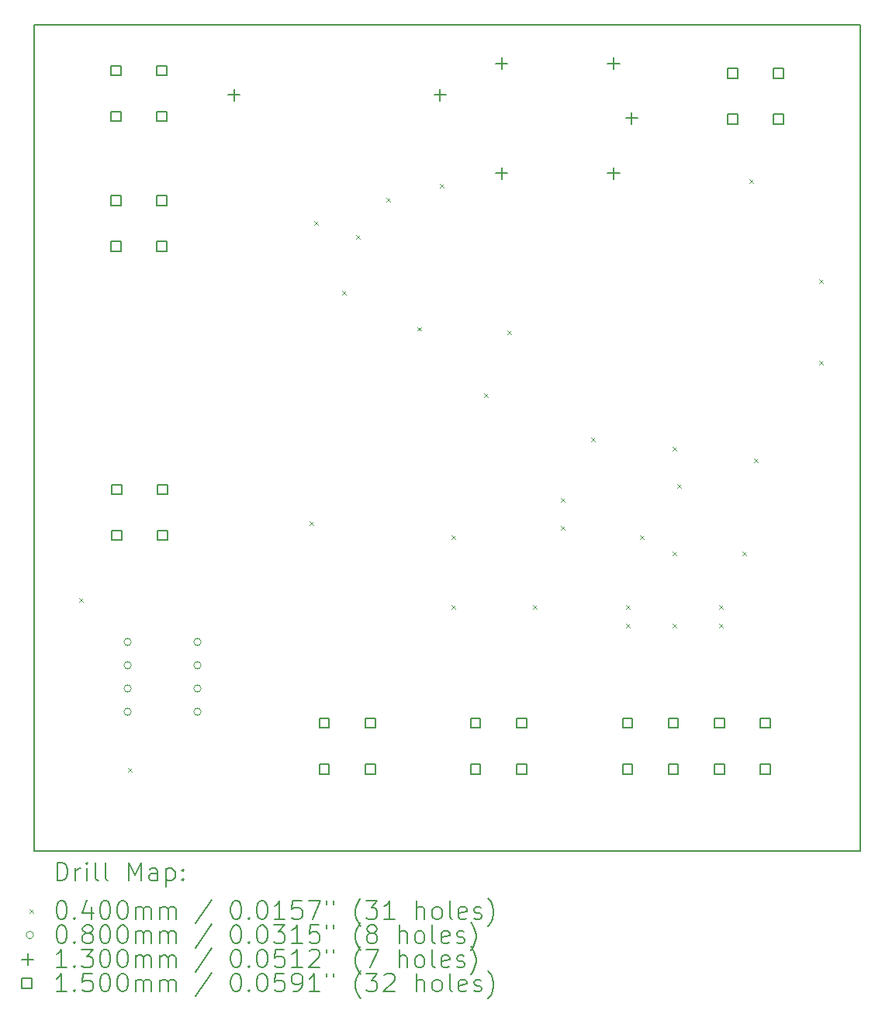
<source format=gbr>
%FSLAX45Y45*%
G04 Gerber Fmt 4.5, Leading zero omitted, Abs format (unit mm)*
G04 Created by KiCad (PCBNEW (6.0.4)) date 2022-07-09 00:09:10*
%MOMM*%
%LPD*%
G01*
G04 APERTURE LIST*
%TA.AperFunction,Profile*%
%ADD10C,0.200000*%
%TD*%
%ADD11C,0.200000*%
%ADD12C,0.040000*%
%ADD13C,0.080000*%
%ADD14C,0.130000*%
%ADD15C,0.150000*%
G04 APERTURE END LIST*
D10*
X1816100Y-10350500D02*
X10833100Y-10350500D01*
X10833100Y-10350500D02*
X10833100Y-1333500D01*
X10833100Y-1333500D02*
X1816100Y-1333500D01*
X1816100Y-1333500D02*
X1816100Y-10350500D01*
D11*
D12*
X2304100Y-7587300D02*
X2344100Y-7627300D01*
X2344100Y-7587300D02*
X2304100Y-7627300D01*
X2837500Y-9441500D02*
X2877500Y-9481500D01*
X2877500Y-9441500D02*
X2837500Y-9481500D01*
X4818700Y-6749100D02*
X4858700Y-6789100D01*
X4858700Y-6749100D02*
X4818700Y-6789100D01*
X4869500Y-3472500D02*
X4909500Y-3512500D01*
X4909500Y-3472500D02*
X4869500Y-3512500D01*
X5174300Y-4234500D02*
X5214300Y-4274500D01*
X5214300Y-4234500D02*
X5174300Y-4274500D01*
X5326700Y-3624900D02*
X5366700Y-3664900D01*
X5366700Y-3624900D02*
X5326700Y-3664900D01*
X5656900Y-3218500D02*
X5696900Y-3258500D01*
X5696900Y-3218500D02*
X5656900Y-3258500D01*
X5998253Y-4629747D02*
X6038253Y-4669747D01*
X6038253Y-4629747D02*
X5998253Y-4669747D01*
X6241100Y-3066100D02*
X6281100Y-3106100D01*
X6281100Y-3066100D02*
X6241100Y-3106100D01*
X6368100Y-6901500D02*
X6408100Y-6941500D01*
X6408100Y-6901500D02*
X6368100Y-6941500D01*
X6368100Y-7663500D02*
X6408100Y-7703500D01*
X6408100Y-7663500D02*
X6368100Y-7703500D01*
X6722153Y-5353647D02*
X6762153Y-5393647D01*
X6762153Y-5353647D02*
X6722153Y-5393647D01*
X6977700Y-4666300D02*
X7017700Y-4706300D01*
X7017700Y-4666300D02*
X6977700Y-4706300D01*
X7257100Y-7663500D02*
X7297100Y-7703500D01*
X7297100Y-7663500D02*
X7257100Y-7703500D01*
X7561900Y-6495100D02*
X7601900Y-6535100D01*
X7601900Y-6495100D02*
X7561900Y-6535100D01*
X7561900Y-6799900D02*
X7601900Y-6839900D01*
X7601900Y-6799900D02*
X7561900Y-6839900D01*
X7892100Y-5834700D02*
X7932100Y-5874700D01*
X7932100Y-5834700D02*
X7892100Y-5874700D01*
X8273100Y-7663500D02*
X8313100Y-7703500D01*
X8313100Y-7663500D02*
X8273100Y-7703500D01*
X8273100Y-7866700D02*
X8313100Y-7906700D01*
X8313100Y-7866700D02*
X8273100Y-7906700D01*
X8425500Y-6901500D02*
X8465500Y-6941500D01*
X8465500Y-6901500D02*
X8425500Y-6941500D01*
X8781100Y-5936300D02*
X8821100Y-5976300D01*
X8821100Y-5936300D02*
X8781100Y-5976300D01*
X8781100Y-7079300D02*
X8821100Y-7119300D01*
X8821100Y-7079300D02*
X8781100Y-7119300D01*
X8781100Y-7866700D02*
X8821100Y-7906700D01*
X8821100Y-7866700D02*
X8781100Y-7906700D01*
X8831900Y-6342700D02*
X8871900Y-6382700D01*
X8871900Y-6342700D02*
X8831900Y-6382700D01*
X9289100Y-7663500D02*
X9329100Y-7703500D01*
X9329100Y-7663500D02*
X9289100Y-7703500D01*
X9289100Y-7866700D02*
X9329100Y-7906700D01*
X9329100Y-7866700D02*
X9289100Y-7906700D01*
X9543100Y-7079300D02*
X9583100Y-7119300D01*
X9583100Y-7079300D02*
X9543100Y-7119300D01*
X9619300Y-3015300D02*
X9659300Y-3055300D01*
X9659300Y-3015300D02*
X9619300Y-3055300D01*
X9670100Y-6063300D02*
X9710100Y-6103300D01*
X9710100Y-6063300D02*
X9670100Y-6103300D01*
X10381300Y-4107500D02*
X10421300Y-4147500D01*
X10421300Y-4107500D02*
X10381300Y-4147500D01*
X10381300Y-4996500D02*
X10421300Y-5036500D01*
X10421300Y-4996500D02*
X10381300Y-5036500D01*
D13*
X2873100Y-8065500D02*
G75*
G03*
X2873100Y-8065500I-40000J0D01*
G01*
X2873100Y-8319500D02*
G75*
G03*
X2873100Y-8319500I-40000J0D01*
G01*
X2873100Y-8573500D02*
G75*
G03*
X2873100Y-8573500I-40000J0D01*
G01*
X2873100Y-8827500D02*
G75*
G03*
X2873100Y-8827500I-40000J0D01*
G01*
X3635100Y-8065500D02*
G75*
G03*
X3635100Y-8065500I-40000J0D01*
G01*
X3635100Y-8319500D02*
G75*
G03*
X3635100Y-8319500I-40000J0D01*
G01*
X3635100Y-8573500D02*
G75*
G03*
X3635100Y-8573500I-40000J0D01*
G01*
X3635100Y-8827500D02*
G75*
G03*
X3635100Y-8827500I-40000J0D01*
G01*
D14*
X3993100Y-2030500D02*
X3993100Y-2160500D01*
X3928100Y-2095500D02*
X4058100Y-2095500D01*
X6243100Y-2030500D02*
X6243100Y-2160500D01*
X6178100Y-2095500D02*
X6308100Y-2095500D01*
X6916100Y-1684500D02*
X6916100Y-1814500D01*
X6851100Y-1749500D02*
X6981100Y-1749500D01*
X6916100Y-2884500D02*
X6916100Y-3014500D01*
X6851100Y-2949500D02*
X6981100Y-2949500D01*
X8136100Y-1684500D02*
X8136100Y-1814500D01*
X8071100Y-1749500D02*
X8201100Y-1749500D01*
X8136100Y-2884500D02*
X8136100Y-3014500D01*
X8071100Y-2949500D02*
X8201100Y-2949500D01*
X8336100Y-2284500D02*
X8336100Y-2414500D01*
X8271100Y-2349500D02*
X8401100Y-2349500D01*
D15*
X2758134Y-1884283D02*
X2758134Y-1778216D01*
X2652067Y-1778216D01*
X2652067Y-1884283D01*
X2758134Y-1884283D01*
X2758134Y-2384284D02*
X2758134Y-2278217D01*
X2652067Y-2278217D01*
X2652067Y-2384284D01*
X2758134Y-2384284D01*
X2758134Y-3299533D02*
X2758134Y-3193466D01*
X2652067Y-3193466D01*
X2652067Y-3299533D01*
X2758134Y-3299533D01*
X2758134Y-3799533D02*
X2758134Y-3693466D01*
X2652067Y-3693466D01*
X2652067Y-3799533D01*
X2758134Y-3799533D01*
X2767384Y-6456283D02*
X2767384Y-6350216D01*
X2661317Y-6350216D01*
X2661317Y-6456283D01*
X2767384Y-6456283D01*
X2767384Y-6956283D02*
X2767384Y-6850216D01*
X2661317Y-6850216D01*
X2661317Y-6956283D01*
X2767384Y-6956283D01*
X3258133Y-1884283D02*
X3258133Y-1778216D01*
X3152066Y-1778216D01*
X3152066Y-1884283D01*
X3258133Y-1884283D01*
X3258133Y-2384284D02*
X3258133Y-2278217D01*
X3152066Y-2278217D01*
X3152066Y-2384284D01*
X3258133Y-2384284D01*
X3258133Y-3299533D02*
X3258133Y-3193466D01*
X3152066Y-3193466D01*
X3152066Y-3299533D01*
X3258133Y-3299533D01*
X3258133Y-3799533D02*
X3258133Y-3693466D01*
X3152066Y-3693466D01*
X3152066Y-3799533D01*
X3258133Y-3799533D01*
X3267383Y-6456283D02*
X3267383Y-6350216D01*
X3161316Y-6350216D01*
X3161316Y-6456283D01*
X3267383Y-6456283D01*
X3267383Y-6956283D02*
X3267383Y-6850216D01*
X3161316Y-6850216D01*
X3161316Y-6956283D01*
X3267383Y-6956283D01*
X5033884Y-9005284D02*
X5033884Y-8899217D01*
X4927817Y-8899217D01*
X4927817Y-9005284D01*
X5033884Y-9005284D01*
X5033884Y-9505284D02*
X5033884Y-9399217D01*
X4927817Y-9399217D01*
X4927817Y-9505284D01*
X5033884Y-9505284D01*
X5533884Y-9005284D02*
X5533884Y-8899217D01*
X5427817Y-8899217D01*
X5427817Y-9005284D01*
X5533884Y-9005284D01*
X5533884Y-9505284D02*
X5533884Y-9399217D01*
X5427817Y-9399217D01*
X5427817Y-9505284D01*
X5533884Y-9505284D01*
X6684883Y-9005284D02*
X6684883Y-8899217D01*
X6578816Y-8899217D01*
X6578816Y-9005284D01*
X6684883Y-9005284D01*
X6684883Y-9505284D02*
X6684883Y-9399217D01*
X6578816Y-9399217D01*
X6578816Y-9505284D01*
X6684883Y-9505284D01*
X7184883Y-9005284D02*
X7184883Y-8899217D01*
X7078816Y-8899217D01*
X7078816Y-9005284D01*
X7184883Y-9005284D01*
X7184883Y-9505284D02*
X7184883Y-9399217D01*
X7078816Y-9399217D01*
X7078816Y-9505284D01*
X7184883Y-9505284D01*
X8343883Y-9005284D02*
X8343883Y-8899217D01*
X8237816Y-8899217D01*
X8237816Y-9005284D01*
X8343883Y-9005284D01*
X8343883Y-9505284D02*
X8343883Y-9399217D01*
X8237816Y-9399217D01*
X8237816Y-9505284D01*
X8343883Y-9505284D01*
X8843884Y-9005284D02*
X8843884Y-8899217D01*
X8737817Y-8899217D01*
X8737817Y-9005284D01*
X8843884Y-9005284D01*
X8843884Y-9505284D02*
X8843884Y-9399217D01*
X8737817Y-9399217D01*
X8737817Y-9505284D01*
X8843884Y-9505284D01*
X9343884Y-9005284D02*
X9343884Y-8899217D01*
X9237817Y-8899217D01*
X9237817Y-9005284D01*
X9343884Y-9005284D01*
X9343884Y-9505284D02*
X9343884Y-9399217D01*
X9237817Y-9399217D01*
X9237817Y-9505284D01*
X9343884Y-9505284D01*
X9487884Y-1912783D02*
X9487884Y-1806716D01*
X9381817Y-1806716D01*
X9381817Y-1912783D01*
X9487884Y-1912783D01*
X9487884Y-2412784D02*
X9487884Y-2306717D01*
X9381817Y-2306717D01*
X9381817Y-2412784D01*
X9487884Y-2412784D01*
X9843884Y-9005284D02*
X9843884Y-8899217D01*
X9737817Y-8899217D01*
X9737817Y-9005284D01*
X9843884Y-9005284D01*
X9843884Y-9505284D02*
X9843884Y-9399217D01*
X9737817Y-9399217D01*
X9737817Y-9505284D01*
X9843884Y-9505284D01*
X9987884Y-1912783D02*
X9987884Y-1806716D01*
X9881817Y-1806716D01*
X9881817Y-1912783D01*
X9987884Y-1912783D01*
X9987884Y-2412784D02*
X9987884Y-2306717D01*
X9881817Y-2306717D01*
X9881817Y-2412784D01*
X9987884Y-2412784D01*
D11*
X2063719Y-10670976D02*
X2063719Y-10470976D01*
X2111338Y-10470976D01*
X2139910Y-10480500D01*
X2158957Y-10499548D01*
X2168481Y-10518595D01*
X2178005Y-10556690D01*
X2178005Y-10585262D01*
X2168481Y-10623357D01*
X2158957Y-10642405D01*
X2139910Y-10661452D01*
X2111338Y-10670976D01*
X2063719Y-10670976D01*
X2263719Y-10670976D02*
X2263719Y-10537643D01*
X2263719Y-10575738D02*
X2273243Y-10556690D01*
X2282767Y-10547167D01*
X2301814Y-10537643D01*
X2320862Y-10537643D01*
X2387529Y-10670976D02*
X2387529Y-10537643D01*
X2387529Y-10470976D02*
X2378005Y-10480500D01*
X2387529Y-10490024D01*
X2397052Y-10480500D01*
X2387529Y-10470976D01*
X2387529Y-10490024D01*
X2511338Y-10670976D02*
X2492290Y-10661452D01*
X2482767Y-10642405D01*
X2482767Y-10470976D01*
X2616100Y-10670976D02*
X2597052Y-10661452D01*
X2587529Y-10642405D01*
X2587529Y-10470976D01*
X2844671Y-10670976D02*
X2844671Y-10470976D01*
X2911338Y-10613833D01*
X2978005Y-10470976D01*
X2978005Y-10670976D01*
X3158957Y-10670976D02*
X3158957Y-10566214D01*
X3149433Y-10547167D01*
X3130386Y-10537643D01*
X3092290Y-10537643D01*
X3073243Y-10547167D01*
X3158957Y-10661452D02*
X3139909Y-10670976D01*
X3092290Y-10670976D01*
X3073243Y-10661452D01*
X3063719Y-10642405D01*
X3063719Y-10623357D01*
X3073243Y-10604310D01*
X3092290Y-10594786D01*
X3139909Y-10594786D01*
X3158957Y-10585262D01*
X3254195Y-10537643D02*
X3254195Y-10737643D01*
X3254195Y-10547167D02*
X3273243Y-10537643D01*
X3311338Y-10537643D01*
X3330386Y-10547167D01*
X3339909Y-10556690D01*
X3349433Y-10575738D01*
X3349433Y-10632881D01*
X3339909Y-10651929D01*
X3330386Y-10661452D01*
X3311338Y-10670976D01*
X3273243Y-10670976D01*
X3254195Y-10661452D01*
X3435148Y-10651929D02*
X3444671Y-10661452D01*
X3435148Y-10670976D01*
X3425624Y-10661452D01*
X3435148Y-10651929D01*
X3435148Y-10670976D01*
X3435148Y-10547167D02*
X3444671Y-10556690D01*
X3435148Y-10566214D01*
X3425624Y-10556690D01*
X3435148Y-10547167D01*
X3435148Y-10566214D01*
D12*
X1766100Y-10980500D02*
X1806100Y-11020500D01*
X1806100Y-10980500D02*
X1766100Y-11020500D01*
D11*
X2101814Y-10890976D02*
X2120862Y-10890976D01*
X2139910Y-10900500D01*
X2149433Y-10910024D01*
X2158957Y-10929071D01*
X2168481Y-10967167D01*
X2168481Y-11014786D01*
X2158957Y-11052881D01*
X2149433Y-11071929D01*
X2139910Y-11081452D01*
X2120862Y-11090976D01*
X2101814Y-11090976D01*
X2082767Y-11081452D01*
X2073243Y-11071929D01*
X2063719Y-11052881D01*
X2054195Y-11014786D01*
X2054195Y-10967167D01*
X2063719Y-10929071D01*
X2073243Y-10910024D01*
X2082767Y-10900500D01*
X2101814Y-10890976D01*
X2254195Y-11071929D02*
X2263719Y-11081452D01*
X2254195Y-11090976D01*
X2244671Y-11081452D01*
X2254195Y-11071929D01*
X2254195Y-11090976D01*
X2435148Y-10957643D02*
X2435148Y-11090976D01*
X2387529Y-10881452D02*
X2339910Y-11024310D01*
X2463719Y-11024310D01*
X2578005Y-10890976D02*
X2597052Y-10890976D01*
X2616100Y-10900500D01*
X2625624Y-10910024D01*
X2635148Y-10929071D01*
X2644671Y-10967167D01*
X2644671Y-11014786D01*
X2635148Y-11052881D01*
X2625624Y-11071929D01*
X2616100Y-11081452D01*
X2597052Y-11090976D01*
X2578005Y-11090976D01*
X2558957Y-11081452D01*
X2549433Y-11071929D01*
X2539910Y-11052881D01*
X2530386Y-11014786D01*
X2530386Y-10967167D01*
X2539910Y-10929071D01*
X2549433Y-10910024D01*
X2558957Y-10900500D01*
X2578005Y-10890976D01*
X2768481Y-10890976D02*
X2787529Y-10890976D01*
X2806576Y-10900500D01*
X2816100Y-10910024D01*
X2825624Y-10929071D01*
X2835148Y-10967167D01*
X2835148Y-11014786D01*
X2825624Y-11052881D01*
X2816100Y-11071929D01*
X2806576Y-11081452D01*
X2787529Y-11090976D01*
X2768481Y-11090976D01*
X2749433Y-11081452D01*
X2739910Y-11071929D01*
X2730386Y-11052881D01*
X2720862Y-11014786D01*
X2720862Y-10967167D01*
X2730386Y-10929071D01*
X2739910Y-10910024D01*
X2749433Y-10900500D01*
X2768481Y-10890976D01*
X2920862Y-11090976D02*
X2920862Y-10957643D01*
X2920862Y-10976690D02*
X2930386Y-10967167D01*
X2949433Y-10957643D01*
X2978005Y-10957643D01*
X2997052Y-10967167D01*
X3006576Y-10986214D01*
X3006576Y-11090976D01*
X3006576Y-10986214D02*
X3016100Y-10967167D01*
X3035148Y-10957643D01*
X3063719Y-10957643D01*
X3082767Y-10967167D01*
X3092290Y-10986214D01*
X3092290Y-11090976D01*
X3187528Y-11090976D02*
X3187528Y-10957643D01*
X3187528Y-10976690D02*
X3197052Y-10967167D01*
X3216100Y-10957643D01*
X3244671Y-10957643D01*
X3263719Y-10967167D01*
X3273243Y-10986214D01*
X3273243Y-11090976D01*
X3273243Y-10986214D02*
X3282767Y-10967167D01*
X3301814Y-10957643D01*
X3330386Y-10957643D01*
X3349433Y-10967167D01*
X3358957Y-10986214D01*
X3358957Y-11090976D01*
X3749433Y-10881452D02*
X3578005Y-11138595D01*
X4006576Y-10890976D02*
X4025624Y-10890976D01*
X4044671Y-10900500D01*
X4054195Y-10910024D01*
X4063719Y-10929071D01*
X4073243Y-10967167D01*
X4073243Y-11014786D01*
X4063719Y-11052881D01*
X4054195Y-11071929D01*
X4044671Y-11081452D01*
X4025624Y-11090976D01*
X4006576Y-11090976D01*
X3987528Y-11081452D01*
X3978005Y-11071929D01*
X3968481Y-11052881D01*
X3958957Y-11014786D01*
X3958957Y-10967167D01*
X3968481Y-10929071D01*
X3978005Y-10910024D01*
X3987528Y-10900500D01*
X4006576Y-10890976D01*
X4158957Y-11071929D02*
X4168481Y-11081452D01*
X4158957Y-11090976D01*
X4149433Y-11081452D01*
X4158957Y-11071929D01*
X4158957Y-11090976D01*
X4292290Y-10890976D02*
X4311338Y-10890976D01*
X4330386Y-10900500D01*
X4339910Y-10910024D01*
X4349433Y-10929071D01*
X4358957Y-10967167D01*
X4358957Y-11014786D01*
X4349433Y-11052881D01*
X4339910Y-11071929D01*
X4330386Y-11081452D01*
X4311338Y-11090976D01*
X4292290Y-11090976D01*
X4273243Y-11081452D01*
X4263719Y-11071929D01*
X4254195Y-11052881D01*
X4244671Y-11014786D01*
X4244671Y-10967167D01*
X4254195Y-10929071D01*
X4263719Y-10910024D01*
X4273243Y-10900500D01*
X4292290Y-10890976D01*
X4549433Y-11090976D02*
X4435148Y-11090976D01*
X4492290Y-11090976D02*
X4492290Y-10890976D01*
X4473243Y-10919548D01*
X4454195Y-10938595D01*
X4435148Y-10948119D01*
X4730386Y-10890976D02*
X4635148Y-10890976D01*
X4625624Y-10986214D01*
X4635148Y-10976690D01*
X4654195Y-10967167D01*
X4701814Y-10967167D01*
X4720862Y-10976690D01*
X4730386Y-10986214D01*
X4739910Y-11005262D01*
X4739910Y-11052881D01*
X4730386Y-11071929D01*
X4720862Y-11081452D01*
X4701814Y-11090976D01*
X4654195Y-11090976D01*
X4635148Y-11081452D01*
X4625624Y-11071929D01*
X4806576Y-10890976D02*
X4939910Y-10890976D01*
X4854195Y-11090976D01*
X5006576Y-10890976D02*
X5006576Y-10929071D01*
X5082767Y-10890976D02*
X5082767Y-10929071D01*
X5378005Y-11167167D02*
X5368481Y-11157643D01*
X5349433Y-11129071D01*
X5339910Y-11110024D01*
X5330386Y-11081452D01*
X5320862Y-11033833D01*
X5320862Y-10995738D01*
X5330386Y-10948119D01*
X5339910Y-10919548D01*
X5349433Y-10900500D01*
X5368481Y-10871929D01*
X5378005Y-10862405D01*
X5435148Y-10890976D02*
X5558957Y-10890976D01*
X5492290Y-10967167D01*
X5520862Y-10967167D01*
X5539910Y-10976690D01*
X5549433Y-10986214D01*
X5558957Y-11005262D01*
X5558957Y-11052881D01*
X5549433Y-11071929D01*
X5539910Y-11081452D01*
X5520862Y-11090976D01*
X5463719Y-11090976D01*
X5444671Y-11081452D01*
X5435148Y-11071929D01*
X5749433Y-11090976D02*
X5635148Y-11090976D01*
X5692290Y-11090976D02*
X5692290Y-10890976D01*
X5673243Y-10919548D01*
X5654195Y-10938595D01*
X5635148Y-10948119D01*
X5987528Y-11090976D02*
X5987528Y-10890976D01*
X6073243Y-11090976D02*
X6073243Y-10986214D01*
X6063719Y-10967167D01*
X6044671Y-10957643D01*
X6016100Y-10957643D01*
X5997052Y-10967167D01*
X5987528Y-10976690D01*
X6197052Y-11090976D02*
X6178005Y-11081452D01*
X6168481Y-11071929D01*
X6158957Y-11052881D01*
X6158957Y-10995738D01*
X6168481Y-10976690D01*
X6178005Y-10967167D01*
X6197052Y-10957643D01*
X6225624Y-10957643D01*
X6244671Y-10967167D01*
X6254195Y-10976690D01*
X6263719Y-10995738D01*
X6263719Y-11052881D01*
X6254195Y-11071929D01*
X6244671Y-11081452D01*
X6225624Y-11090976D01*
X6197052Y-11090976D01*
X6378005Y-11090976D02*
X6358957Y-11081452D01*
X6349433Y-11062405D01*
X6349433Y-10890976D01*
X6530386Y-11081452D02*
X6511338Y-11090976D01*
X6473243Y-11090976D01*
X6454195Y-11081452D01*
X6444671Y-11062405D01*
X6444671Y-10986214D01*
X6454195Y-10967167D01*
X6473243Y-10957643D01*
X6511338Y-10957643D01*
X6530386Y-10967167D01*
X6539909Y-10986214D01*
X6539909Y-11005262D01*
X6444671Y-11024310D01*
X6616100Y-11081452D02*
X6635148Y-11090976D01*
X6673243Y-11090976D01*
X6692290Y-11081452D01*
X6701814Y-11062405D01*
X6701814Y-11052881D01*
X6692290Y-11033833D01*
X6673243Y-11024310D01*
X6644671Y-11024310D01*
X6625624Y-11014786D01*
X6616100Y-10995738D01*
X6616100Y-10986214D01*
X6625624Y-10967167D01*
X6644671Y-10957643D01*
X6673243Y-10957643D01*
X6692290Y-10967167D01*
X6768481Y-11167167D02*
X6778005Y-11157643D01*
X6797052Y-11129071D01*
X6806576Y-11110024D01*
X6816100Y-11081452D01*
X6825624Y-11033833D01*
X6825624Y-10995738D01*
X6816100Y-10948119D01*
X6806576Y-10919548D01*
X6797052Y-10900500D01*
X6778005Y-10871929D01*
X6768481Y-10862405D01*
D13*
X1806100Y-11264500D02*
G75*
G03*
X1806100Y-11264500I-40000J0D01*
G01*
D11*
X2101814Y-11154976D02*
X2120862Y-11154976D01*
X2139910Y-11164500D01*
X2149433Y-11174024D01*
X2158957Y-11193071D01*
X2168481Y-11231167D01*
X2168481Y-11278786D01*
X2158957Y-11316881D01*
X2149433Y-11335928D01*
X2139910Y-11345452D01*
X2120862Y-11354976D01*
X2101814Y-11354976D01*
X2082767Y-11345452D01*
X2073243Y-11335928D01*
X2063719Y-11316881D01*
X2054195Y-11278786D01*
X2054195Y-11231167D01*
X2063719Y-11193071D01*
X2073243Y-11174024D01*
X2082767Y-11164500D01*
X2101814Y-11154976D01*
X2254195Y-11335928D02*
X2263719Y-11345452D01*
X2254195Y-11354976D01*
X2244671Y-11345452D01*
X2254195Y-11335928D01*
X2254195Y-11354976D01*
X2378005Y-11240690D02*
X2358957Y-11231167D01*
X2349433Y-11221643D01*
X2339910Y-11202595D01*
X2339910Y-11193071D01*
X2349433Y-11174024D01*
X2358957Y-11164500D01*
X2378005Y-11154976D01*
X2416100Y-11154976D01*
X2435148Y-11164500D01*
X2444671Y-11174024D01*
X2454195Y-11193071D01*
X2454195Y-11202595D01*
X2444671Y-11221643D01*
X2435148Y-11231167D01*
X2416100Y-11240690D01*
X2378005Y-11240690D01*
X2358957Y-11250214D01*
X2349433Y-11259738D01*
X2339910Y-11278786D01*
X2339910Y-11316881D01*
X2349433Y-11335928D01*
X2358957Y-11345452D01*
X2378005Y-11354976D01*
X2416100Y-11354976D01*
X2435148Y-11345452D01*
X2444671Y-11335928D01*
X2454195Y-11316881D01*
X2454195Y-11278786D01*
X2444671Y-11259738D01*
X2435148Y-11250214D01*
X2416100Y-11240690D01*
X2578005Y-11154976D02*
X2597052Y-11154976D01*
X2616100Y-11164500D01*
X2625624Y-11174024D01*
X2635148Y-11193071D01*
X2644671Y-11231167D01*
X2644671Y-11278786D01*
X2635148Y-11316881D01*
X2625624Y-11335928D01*
X2616100Y-11345452D01*
X2597052Y-11354976D01*
X2578005Y-11354976D01*
X2558957Y-11345452D01*
X2549433Y-11335928D01*
X2539910Y-11316881D01*
X2530386Y-11278786D01*
X2530386Y-11231167D01*
X2539910Y-11193071D01*
X2549433Y-11174024D01*
X2558957Y-11164500D01*
X2578005Y-11154976D01*
X2768481Y-11154976D02*
X2787529Y-11154976D01*
X2806576Y-11164500D01*
X2816100Y-11174024D01*
X2825624Y-11193071D01*
X2835148Y-11231167D01*
X2835148Y-11278786D01*
X2825624Y-11316881D01*
X2816100Y-11335928D01*
X2806576Y-11345452D01*
X2787529Y-11354976D01*
X2768481Y-11354976D01*
X2749433Y-11345452D01*
X2739910Y-11335928D01*
X2730386Y-11316881D01*
X2720862Y-11278786D01*
X2720862Y-11231167D01*
X2730386Y-11193071D01*
X2739910Y-11174024D01*
X2749433Y-11164500D01*
X2768481Y-11154976D01*
X2920862Y-11354976D02*
X2920862Y-11221643D01*
X2920862Y-11240690D02*
X2930386Y-11231167D01*
X2949433Y-11221643D01*
X2978005Y-11221643D01*
X2997052Y-11231167D01*
X3006576Y-11250214D01*
X3006576Y-11354976D01*
X3006576Y-11250214D02*
X3016100Y-11231167D01*
X3035148Y-11221643D01*
X3063719Y-11221643D01*
X3082767Y-11231167D01*
X3092290Y-11250214D01*
X3092290Y-11354976D01*
X3187528Y-11354976D02*
X3187528Y-11221643D01*
X3187528Y-11240690D02*
X3197052Y-11231167D01*
X3216100Y-11221643D01*
X3244671Y-11221643D01*
X3263719Y-11231167D01*
X3273243Y-11250214D01*
X3273243Y-11354976D01*
X3273243Y-11250214D02*
X3282767Y-11231167D01*
X3301814Y-11221643D01*
X3330386Y-11221643D01*
X3349433Y-11231167D01*
X3358957Y-11250214D01*
X3358957Y-11354976D01*
X3749433Y-11145452D02*
X3578005Y-11402595D01*
X4006576Y-11154976D02*
X4025624Y-11154976D01*
X4044671Y-11164500D01*
X4054195Y-11174024D01*
X4063719Y-11193071D01*
X4073243Y-11231167D01*
X4073243Y-11278786D01*
X4063719Y-11316881D01*
X4054195Y-11335928D01*
X4044671Y-11345452D01*
X4025624Y-11354976D01*
X4006576Y-11354976D01*
X3987528Y-11345452D01*
X3978005Y-11335928D01*
X3968481Y-11316881D01*
X3958957Y-11278786D01*
X3958957Y-11231167D01*
X3968481Y-11193071D01*
X3978005Y-11174024D01*
X3987528Y-11164500D01*
X4006576Y-11154976D01*
X4158957Y-11335928D02*
X4168481Y-11345452D01*
X4158957Y-11354976D01*
X4149433Y-11345452D01*
X4158957Y-11335928D01*
X4158957Y-11354976D01*
X4292290Y-11154976D02*
X4311338Y-11154976D01*
X4330386Y-11164500D01*
X4339910Y-11174024D01*
X4349433Y-11193071D01*
X4358957Y-11231167D01*
X4358957Y-11278786D01*
X4349433Y-11316881D01*
X4339910Y-11335928D01*
X4330386Y-11345452D01*
X4311338Y-11354976D01*
X4292290Y-11354976D01*
X4273243Y-11345452D01*
X4263719Y-11335928D01*
X4254195Y-11316881D01*
X4244671Y-11278786D01*
X4244671Y-11231167D01*
X4254195Y-11193071D01*
X4263719Y-11174024D01*
X4273243Y-11164500D01*
X4292290Y-11154976D01*
X4425624Y-11154976D02*
X4549433Y-11154976D01*
X4482767Y-11231167D01*
X4511338Y-11231167D01*
X4530386Y-11240690D01*
X4539910Y-11250214D01*
X4549433Y-11269262D01*
X4549433Y-11316881D01*
X4539910Y-11335928D01*
X4530386Y-11345452D01*
X4511338Y-11354976D01*
X4454195Y-11354976D01*
X4435148Y-11345452D01*
X4425624Y-11335928D01*
X4739910Y-11354976D02*
X4625624Y-11354976D01*
X4682767Y-11354976D02*
X4682767Y-11154976D01*
X4663719Y-11183548D01*
X4644671Y-11202595D01*
X4625624Y-11212119D01*
X4920862Y-11154976D02*
X4825624Y-11154976D01*
X4816100Y-11250214D01*
X4825624Y-11240690D01*
X4844671Y-11231167D01*
X4892290Y-11231167D01*
X4911338Y-11240690D01*
X4920862Y-11250214D01*
X4930386Y-11269262D01*
X4930386Y-11316881D01*
X4920862Y-11335928D01*
X4911338Y-11345452D01*
X4892290Y-11354976D01*
X4844671Y-11354976D01*
X4825624Y-11345452D01*
X4816100Y-11335928D01*
X5006576Y-11154976D02*
X5006576Y-11193071D01*
X5082767Y-11154976D02*
X5082767Y-11193071D01*
X5378005Y-11431167D02*
X5368481Y-11421643D01*
X5349433Y-11393071D01*
X5339910Y-11374024D01*
X5330386Y-11345452D01*
X5320862Y-11297833D01*
X5320862Y-11259738D01*
X5330386Y-11212119D01*
X5339910Y-11183548D01*
X5349433Y-11164500D01*
X5368481Y-11135929D01*
X5378005Y-11126405D01*
X5482767Y-11240690D02*
X5463719Y-11231167D01*
X5454195Y-11221643D01*
X5444671Y-11202595D01*
X5444671Y-11193071D01*
X5454195Y-11174024D01*
X5463719Y-11164500D01*
X5482767Y-11154976D01*
X5520862Y-11154976D01*
X5539910Y-11164500D01*
X5549433Y-11174024D01*
X5558957Y-11193071D01*
X5558957Y-11202595D01*
X5549433Y-11221643D01*
X5539910Y-11231167D01*
X5520862Y-11240690D01*
X5482767Y-11240690D01*
X5463719Y-11250214D01*
X5454195Y-11259738D01*
X5444671Y-11278786D01*
X5444671Y-11316881D01*
X5454195Y-11335928D01*
X5463719Y-11345452D01*
X5482767Y-11354976D01*
X5520862Y-11354976D01*
X5539910Y-11345452D01*
X5549433Y-11335928D01*
X5558957Y-11316881D01*
X5558957Y-11278786D01*
X5549433Y-11259738D01*
X5539910Y-11250214D01*
X5520862Y-11240690D01*
X5797052Y-11354976D02*
X5797052Y-11154976D01*
X5882767Y-11354976D02*
X5882767Y-11250214D01*
X5873243Y-11231167D01*
X5854195Y-11221643D01*
X5825624Y-11221643D01*
X5806576Y-11231167D01*
X5797052Y-11240690D01*
X6006576Y-11354976D02*
X5987528Y-11345452D01*
X5978005Y-11335928D01*
X5968481Y-11316881D01*
X5968481Y-11259738D01*
X5978005Y-11240690D01*
X5987528Y-11231167D01*
X6006576Y-11221643D01*
X6035148Y-11221643D01*
X6054195Y-11231167D01*
X6063719Y-11240690D01*
X6073243Y-11259738D01*
X6073243Y-11316881D01*
X6063719Y-11335928D01*
X6054195Y-11345452D01*
X6035148Y-11354976D01*
X6006576Y-11354976D01*
X6187528Y-11354976D02*
X6168481Y-11345452D01*
X6158957Y-11326405D01*
X6158957Y-11154976D01*
X6339909Y-11345452D02*
X6320862Y-11354976D01*
X6282767Y-11354976D01*
X6263719Y-11345452D01*
X6254195Y-11326405D01*
X6254195Y-11250214D01*
X6263719Y-11231167D01*
X6282767Y-11221643D01*
X6320862Y-11221643D01*
X6339909Y-11231167D01*
X6349433Y-11250214D01*
X6349433Y-11269262D01*
X6254195Y-11288309D01*
X6425624Y-11345452D02*
X6444671Y-11354976D01*
X6482767Y-11354976D01*
X6501814Y-11345452D01*
X6511338Y-11326405D01*
X6511338Y-11316881D01*
X6501814Y-11297833D01*
X6482767Y-11288309D01*
X6454195Y-11288309D01*
X6435148Y-11278786D01*
X6425624Y-11259738D01*
X6425624Y-11250214D01*
X6435148Y-11231167D01*
X6454195Y-11221643D01*
X6482767Y-11221643D01*
X6501814Y-11231167D01*
X6578005Y-11431167D02*
X6587528Y-11421643D01*
X6606576Y-11393071D01*
X6616100Y-11374024D01*
X6625624Y-11345452D01*
X6635148Y-11297833D01*
X6635148Y-11259738D01*
X6625624Y-11212119D01*
X6616100Y-11183548D01*
X6606576Y-11164500D01*
X6587528Y-11135929D01*
X6578005Y-11126405D01*
D14*
X1741100Y-11463500D02*
X1741100Y-11593500D01*
X1676100Y-11528500D02*
X1806100Y-11528500D01*
D11*
X2168481Y-11618976D02*
X2054195Y-11618976D01*
X2111338Y-11618976D02*
X2111338Y-11418976D01*
X2092290Y-11447548D01*
X2073243Y-11466595D01*
X2054195Y-11476119D01*
X2254195Y-11599928D02*
X2263719Y-11609452D01*
X2254195Y-11618976D01*
X2244671Y-11609452D01*
X2254195Y-11599928D01*
X2254195Y-11618976D01*
X2330386Y-11418976D02*
X2454195Y-11418976D01*
X2387529Y-11495167D01*
X2416100Y-11495167D01*
X2435148Y-11504690D01*
X2444671Y-11514214D01*
X2454195Y-11533262D01*
X2454195Y-11580881D01*
X2444671Y-11599928D01*
X2435148Y-11609452D01*
X2416100Y-11618976D01*
X2358957Y-11618976D01*
X2339910Y-11609452D01*
X2330386Y-11599928D01*
X2578005Y-11418976D02*
X2597052Y-11418976D01*
X2616100Y-11428500D01*
X2625624Y-11438024D01*
X2635148Y-11457071D01*
X2644671Y-11495167D01*
X2644671Y-11542786D01*
X2635148Y-11580881D01*
X2625624Y-11599928D01*
X2616100Y-11609452D01*
X2597052Y-11618976D01*
X2578005Y-11618976D01*
X2558957Y-11609452D01*
X2549433Y-11599928D01*
X2539910Y-11580881D01*
X2530386Y-11542786D01*
X2530386Y-11495167D01*
X2539910Y-11457071D01*
X2549433Y-11438024D01*
X2558957Y-11428500D01*
X2578005Y-11418976D01*
X2768481Y-11418976D02*
X2787529Y-11418976D01*
X2806576Y-11428500D01*
X2816100Y-11438024D01*
X2825624Y-11457071D01*
X2835148Y-11495167D01*
X2835148Y-11542786D01*
X2825624Y-11580881D01*
X2816100Y-11599928D01*
X2806576Y-11609452D01*
X2787529Y-11618976D01*
X2768481Y-11618976D01*
X2749433Y-11609452D01*
X2739910Y-11599928D01*
X2730386Y-11580881D01*
X2720862Y-11542786D01*
X2720862Y-11495167D01*
X2730386Y-11457071D01*
X2739910Y-11438024D01*
X2749433Y-11428500D01*
X2768481Y-11418976D01*
X2920862Y-11618976D02*
X2920862Y-11485643D01*
X2920862Y-11504690D02*
X2930386Y-11495167D01*
X2949433Y-11485643D01*
X2978005Y-11485643D01*
X2997052Y-11495167D01*
X3006576Y-11514214D01*
X3006576Y-11618976D01*
X3006576Y-11514214D02*
X3016100Y-11495167D01*
X3035148Y-11485643D01*
X3063719Y-11485643D01*
X3082767Y-11495167D01*
X3092290Y-11514214D01*
X3092290Y-11618976D01*
X3187528Y-11618976D02*
X3187528Y-11485643D01*
X3187528Y-11504690D02*
X3197052Y-11495167D01*
X3216100Y-11485643D01*
X3244671Y-11485643D01*
X3263719Y-11495167D01*
X3273243Y-11514214D01*
X3273243Y-11618976D01*
X3273243Y-11514214D02*
X3282767Y-11495167D01*
X3301814Y-11485643D01*
X3330386Y-11485643D01*
X3349433Y-11495167D01*
X3358957Y-11514214D01*
X3358957Y-11618976D01*
X3749433Y-11409452D02*
X3578005Y-11666595D01*
X4006576Y-11418976D02*
X4025624Y-11418976D01*
X4044671Y-11428500D01*
X4054195Y-11438024D01*
X4063719Y-11457071D01*
X4073243Y-11495167D01*
X4073243Y-11542786D01*
X4063719Y-11580881D01*
X4054195Y-11599928D01*
X4044671Y-11609452D01*
X4025624Y-11618976D01*
X4006576Y-11618976D01*
X3987528Y-11609452D01*
X3978005Y-11599928D01*
X3968481Y-11580881D01*
X3958957Y-11542786D01*
X3958957Y-11495167D01*
X3968481Y-11457071D01*
X3978005Y-11438024D01*
X3987528Y-11428500D01*
X4006576Y-11418976D01*
X4158957Y-11599928D02*
X4168481Y-11609452D01*
X4158957Y-11618976D01*
X4149433Y-11609452D01*
X4158957Y-11599928D01*
X4158957Y-11618976D01*
X4292290Y-11418976D02*
X4311338Y-11418976D01*
X4330386Y-11428500D01*
X4339910Y-11438024D01*
X4349433Y-11457071D01*
X4358957Y-11495167D01*
X4358957Y-11542786D01*
X4349433Y-11580881D01*
X4339910Y-11599928D01*
X4330386Y-11609452D01*
X4311338Y-11618976D01*
X4292290Y-11618976D01*
X4273243Y-11609452D01*
X4263719Y-11599928D01*
X4254195Y-11580881D01*
X4244671Y-11542786D01*
X4244671Y-11495167D01*
X4254195Y-11457071D01*
X4263719Y-11438024D01*
X4273243Y-11428500D01*
X4292290Y-11418976D01*
X4539910Y-11418976D02*
X4444671Y-11418976D01*
X4435148Y-11514214D01*
X4444671Y-11504690D01*
X4463719Y-11495167D01*
X4511338Y-11495167D01*
X4530386Y-11504690D01*
X4539910Y-11514214D01*
X4549433Y-11533262D01*
X4549433Y-11580881D01*
X4539910Y-11599928D01*
X4530386Y-11609452D01*
X4511338Y-11618976D01*
X4463719Y-11618976D01*
X4444671Y-11609452D01*
X4435148Y-11599928D01*
X4739910Y-11618976D02*
X4625624Y-11618976D01*
X4682767Y-11618976D02*
X4682767Y-11418976D01*
X4663719Y-11447548D01*
X4644671Y-11466595D01*
X4625624Y-11476119D01*
X4816100Y-11438024D02*
X4825624Y-11428500D01*
X4844671Y-11418976D01*
X4892290Y-11418976D01*
X4911338Y-11428500D01*
X4920862Y-11438024D01*
X4930386Y-11457071D01*
X4930386Y-11476119D01*
X4920862Y-11504690D01*
X4806576Y-11618976D01*
X4930386Y-11618976D01*
X5006576Y-11418976D02*
X5006576Y-11457071D01*
X5082767Y-11418976D02*
X5082767Y-11457071D01*
X5378005Y-11695167D02*
X5368481Y-11685643D01*
X5349433Y-11657071D01*
X5339910Y-11638024D01*
X5330386Y-11609452D01*
X5320862Y-11561833D01*
X5320862Y-11523738D01*
X5330386Y-11476119D01*
X5339910Y-11447548D01*
X5349433Y-11428500D01*
X5368481Y-11399928D01*
X5378005Y-11390405D01*
X5435148Y-11418976D02*
X5568481Y-11418976D01*
X5482767Y-11618976D01*
X5797052Y-11618976D02*
X5797052Y-11418976D01*
X5882767Y-11618976D02*
X5882767Y-11514214D01*
X5873243Y-11495167D01*
X5854195Y-11485643D01*
X5825624Y-11485643D01*
X5806576Y-11495167D01*
X5797052Y-11504690D01*
X6006576Y-11618976D02*
X5987528Y-11609452D01*
X5978005Y-11599928D01*
X5968481Y-11580881D01*
X5968481Y-11523738D01*
X5978005Y-11504690D01*
X5987528Y-11495167D01*
X6006576Y-11485643D01*
X6035148Y-11485643D01*
X6054195Y-11495167D01*
X6063719Y-11504690D01*
X6073243Y-11523738D01*
X6073243Y-11580881D01*
X6063719Y-11599928D01*
X6054195Y-11609452D01*
X6035148Y-11618976D01*
X6006576Y-11618976D01*
X6187528Y-11618976D02*
X6168481Y-11609452D01*
X6158957Y-11590405D01*
X6158957Y-11418976D01*
X6339909Y-11609452D02*
X6320862Y-11618976D01*
X6282767Y-11618976D01*
X6263719Y-11609452D01*
X6254195Y-11590405D01*
X6254195Y-11514214D01*
X6263719Y-11495167D01*
X6282767Y-11485643D01*
X6320862Y-11485643D01*
X6339909Y-11495167D01*
X6349433Y-11514214D01*
X6349433Y-11533262D01*
X6254195Y-11552309D01*
X6425624Y-11609452D02*
X6444671Y-11618976D01*
X6482767Y-11618976D01*
X6501814Y-11609452D01*
X6511338Y-11590405D01*
X6511338Y-11580881D01*
X6501814Y-11561833D01*
X6482767Y-11552309D01*
X6454195Y-11552309D01*
X6435148Y-11542786D01*
X6425624Y-11523738D01*
X6425624Y-11514214D01*
X6435148Y-11495167D01*
X6454195Y-11485643D01*
X6482767Y-11485643D01*
X6501814Y-11495167D01*
X6578005Y-11695167D02*
X6587528Y-11685643D01*
X6606576Y-11657071D01*
X6616100Y-11638024D01*
X6625624Y-11609452D01*
X6635148Y-11561833D01*
X6635148Y-11523738D01*
X6625624Y-11476119D01*
X6616100Y-11447548D01*
X6606576Y-11428500D01*
X6587528Y-11399928D01*
X6578005Y-11390405D01*
D15*
X1784133Y-11845533D02*
X1784133Y-11739466D01*
X1678066Y-11739466D01*
X1678066Y-11845533D01*
X1784133Y-11845533D01*
D11*
X2168481Y-11882976D02*
X2054195Y-11882976D01*
X2111338Y-11882976D02*
X2111338Y-11682976D01*
X2092290Y-11711548D01*
X2073243Y-11730595D01*
X2054195Y-11740119D01*
X2254195Y-11863928D02*
X2263719Y-11873452D01*
X2254195Y-11882976D01*
X2244671Y-11873452D01*
X2254195Y-11863928D01*
X2254195Y-11882976D01*
X2444671Y-11682976D02*
X2349433Y-11682976D01*
X2339910Y-11778214D01*
X2349433Y-11768690D01*
X2368481Y-11759167D01*
X2416100Y-11759167D01*
X2435148Y-11768690D01*
X2444671Y-11778214D01*
X2454195Y-11797262D01*
X2454195Y-11844881D01*
X2444671Y-11863928D01*
X2435148Y-11873452D01*
X2416100Y-11882976D01*
X2368481Y-11882976D01*
X2349433Y-11873452D01*
X2339910Y-11863928D01*
X2578005Y-11682976D02*
X2597052Y-11682976D01*
X2616100Y-11692500D01*
X2625624Y-11702024D01*
X2635148Y-11721071D01*
X2644671Y-11759167D01*
X2644671Y-11806786D01*
X2635148Y-11844881D01*
X2625624Y-11863928D01*
X2616100Y-11873452D01*
X2597052Y-11882976D01*
X2578005Y-11882976D01*
X2558957Y-11873452D01*
X2549433Y-11863928D01*
X2539910Y-11844881D01*
X2530386Y-11806786D01*
X2530386Y-11759167D01*
X2539910Y-11721071D01*
X2549433Y-11702024D01*
X2558957Y-11692500D01*
X2578005Y-11682976D01*
X2768481Y-11682976D02*
X2787529Y-11682976D01*
X2806576Y-11692500D01*
X2816100Y-11702024D01*
X2825624Y-11721071D01*
X2835148Y-11759167D01*
X2835148Y-11806786D01*
X2825624Y-11844881D01*
X2816100Y-11863928D01*
X2806576Y-11873452D01*
X2787529Y-11882976D01*
X2768481Y-11882976D01*
X2749433Y-11873452D01*
X2739910Y-11863928D01*
X2730386Y-11844881D01*
X2720862Y-11806786D01*
X2720862Y-11759167D01*
X2730386Y-11721071D01*
X2739910Y-11702024D01*
X2749433Y-11692500D01*
X2768481Y-11682976D01*
X2920862Y-11882976D02*
X2920862Y-11749643D01*
X2920862Y-11768690D02*
X2930386Y-11759167D01*
X2949433Y-11749643D01*
X2978005Y-11749643D01*
X2997052Y-11759167D01*
X3006576Y-11778214D01*
X3006576Y-11882976D01*
X3006576Y-11778214D02*
X3016100Y-11759167D01*
X3035148Y-11749643D01*
X3063719Y-11749643D01*
X3082767Y-11759167D01*
X3092290Y-11778214D01*
X3092290Y-11882976D01*
X3187528Y-11882976D02*
X3187528Y-11749643D01*
X3187528Y-11768690D02*
X3197052Y-11759167D01*
X3216100Y-11749643D01*
X3244671Y-11749643D01*
X3263719Y-11759167D01*
X3273243Y-11778214D01*
X3273243Y-11882976D01*
X3273243Y-11778214D02*
X3282767Y-11759167D01*
X3301814Y-11749643D01*
X3330386Y-11749643D01*
X3349433Y-11759167D01*
X3358957Y-11778214D01*
X3358957Y-11882976D01*
X3749433Y-11673452D02*
X3578005Y-11930595D01*
X4006576Y-11682976D02*
X4025624Y-11682976D01*
X4044671Y-11692500D01*
X4054195Y-11702024D01*
X4063719Y-11721071D01*
X4073243Y-11759167D01*
X4073243Y-11806786D01*
X4063719Y-11844881D01*
X4054195Y-11863928D01*
X4044671Y-11873452D01*
X4025624Y-11882976D01*
X4006576Y-11882976D01*
X3987528Y-11873452D01*
X3978005Y-11863928D01*
X3968481Y-11844881D01*
X3958957Y-11806786D01*
X3958957Y-11759167D01*
X3968481Y-11721071D01*
X3978005Y-11702024D01*
X3987528Y-11692500D01*
X4006576Y-11682976D01*
X4158957Y-11863928D02*
X4168481Y-11873452D01*
X4158957Y-11882976D01*
X4149433Y-11873452D01*
X4158957Y-11863928D01*
X4158957Y-11882976D01*
X4292290Y-11682976D02*
X4311338Y-11682976D01*
X4330386Y-11692500D01*
X4339910Y-11702024D01*
X4349433Y-11721071D01*
X4358957Y-11759167D01*
X4358957Y-11806786D01*
X4349433Y-11844881D01*
X4339910Y-11863928D01*
X4330386Y-11873452D01*
X4311338Y-11882976D01*
X4292290Y-11882976D01*
X4273243Y-11873452D01*
X4263719Y-11863928D01*
X4254195Y-11844881D01*
X4244671Y-11806786D01*
X4244671Y-11759167D01*
X4254195Y-11721071D01*
X4263719Y-11702024D01*
X4273243Y-11692500D01*
X4292290Y-11682976D01*
X4539910Y-11682976D02*
X4444671Y-11682976D01*
X4435148Y-11778214D01*
X4444671Y-11768690D01*
X4463719Y-11759167D01*
X4511338Y-11759167D01*
X4530386Y-11768690D01*
X4539910Y-11778214D01*
X4549433Y-11797262D01*
X4549433Y-11844881D01*
X4539910Y-11863928D01*
X4530386Y-11873452D01*
X4511338Y-11882976D01*
X4463719Y-11882976D01*
X4444671Y-11873452D01*
X4435148Y-11863928D01*
X4644671Y-11882976D02*
X4682767Y-11882976D01*
X4701814Y-11873452D01*
X4711338Y-11863928D01*
X4730386Y-11835357D01*
X4739910Y-11797262D01*
X4739910Y-11721071D01*
X4730386Y-11702024D01*
X4720862Y-11692500D01*
X4701814Y-11682976D01*
X4663719Y-11682976D01*
X4644671Y-11692500D01*
X4635148Y-11702024D01*
X4625624Y-11721071D01*
X4625624Y-11768690D01*
X4635148Y-11787738D01*
X4644671Y-11797262D01*
X4663719Y-11806786D01*
X4701814Y-11806786D01*
X4720862Y-11797262D01*
X4730386Y-11787738D01*
X4739910Y-11768690D01*
X4930386Y-11882976D02*
X4816100Y-11882976D01*
X4873243Y-11882976D02*
X4873243Y-11682976D01*
X4854195Y-11711548D01*
X4835148Y-11730595D01*
X4816100Y-11740119D01*
X5006576Y-11682976D02*
X5006576Y-11721071D01*
X5082767Y-11682976D02*
X5082767Y-11721071D01*
X5378005Y-11959167D02*
X5368481Y-11949643D01*
X5349433Y-11921071D01*
X5339910Y-11902024D01*
X5330386Y-11873452D01*
X5320862Y-11825833D01*
X5320862Y-11787738D01*
X5330386Y-11740119D01*
X5339910Y-11711548D01*
X5349433Y-11692500D01*
X5368481Y-11663928D01*
X5378005Y-11654405D01*
X5435148Y-11682976D02*
X5558957Y-11682976D01*
X5492290Y-11759167D01*
X5520862Y-11759167D01*
X5539910Y-11768690D01*
X5549433Y-11778214D01*
X5558957Y-11797262D01*
X5558957Y-11844881D01*
X5549433Y-11863928D01*
X5539910Y-11873452D01*
X5520862Y-11882976D01*
X5463719Y-11882976D01*
X5444671Y-11873452D01*
X5435148Y-11863928D01*
X5635148Y-11702024D02*
X5644671Y-11692500D01*
X5663719Y-11682976D01*
X5711338Y-11682976D01*
X5730386Y-11692500D01*
X5739909Y-11702024D01*
X5749433Y-11721071D01*
X5749433Y-11740119D01*
X5739909Y-11768690D01*
X5625624Y-11882976D01*
X5749433Y-11882976D01*
X5987528Y-11882976D02*
X5987528Y-11682976D01*
X6073243Y-11882976D02*
X6073243Y-11778214D01*
X6063719Y-11759167D01*
X6044671Y-11749643D01*
X6016100Y-11749643D01*
X5997052Y-11759167D01*
X5987528Y-11768690D01*
X6197052Y-11882976D02*
X6178005Y-11873452D01*
X6168481Y-11863928D01*
X6158957Y-11844881D01*
X6158957Y-11787738D01*
X6168481Y-11768690D01*
X6178005Y-11759167D01*
X6197052Y-11749643D01*
X6225624Y-11749643D01*
X6244671Y-11759167D01*
X6254195Y-11768690D01*
X6263719Y-11787738D01*
X6263719Y-11844881D01*
X6254195Y-11863928D01*
X6244671Y-11873452D01*
X6225624Y-11882976D01*
X6197052Y-11882976D01*
X6378005Y-11882976D02*
X6358957Y-11873452D01*
X6349433Y-11854405D01*
X6349433Y-11682976D01*
X6530386Y-11873452D02*
X6511338Y-11882976D01*
X6473243Y-11882976D01*
X6454195Y-11873452D01*
X6444671Y-11854405D01*
X6444671Y-11778214D01*
X6454195Y-11759167D01*
X6473243Y-11749643D01*
X6511338Y-11749643D01*
X6530386Y-11759167D01*
X6539909Y-11778214D01*
X6539909Y-11797262D01*
X6444671Y-11816309D01*
X6616100Y-11873452D02*
X6635148Y-11882976D01*
X6673243Y-11882976D01*
X6692290Y-11873452D01*
X6701814Y-11854405D01*
X6701814Y-11844881D01*
X6692290Y-11825833D01*
X6673243Y-11816309D01*
X6644671Y-11816309D01*
X6625624Y-11806786D01*
X6616100Y-11787738D01*
X6616100Y-11778214D01*
X6625624Y-11759167D01*
X6644671Y-11749643D01*
X6673243Y-11749643D01*
X6692290Y-11759167D01*
X6768481Y-11959167D02*
X6778005Y-11949643D01*
X6797052Y-11921071D01*
X6806576Y-11902024D01*
X6816100Y-11873452D01*
X6825624Y-11825833D01*
X6825624Y-11787738D01*
X6816100Y-11740119D01*
X6806576Y-11711548D01*
X6797052Y-11692500D01*
X6778005Y-11663928D01*
X6768481Y-11654405D01*
M02*

</source>
